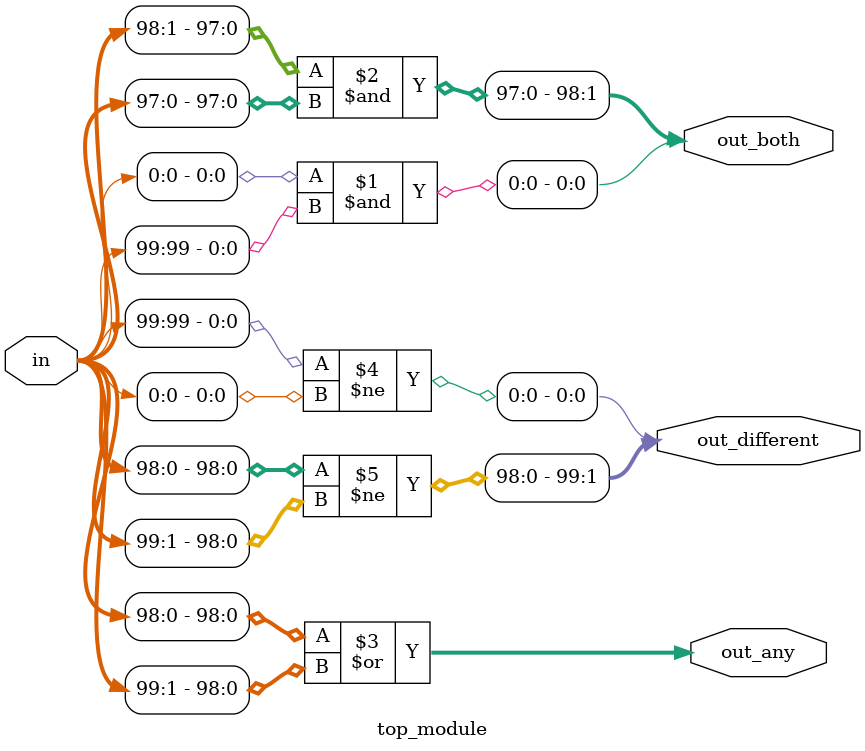
<source format=sv>
module top_module (
  input [99:0] in,
  output [98:0] out_both,
  output [99:1] out_any,
  output [99:0] out_different
);

  // Logic for out_both
  assign out_both[0] = (in[0] & in[99]);
  assign out_both[1:98] = (in[1:98] & in[0:97]);

  // Logic for out_any
  assign out_any[1:99] = (in[0:98] | in[1:99]);

  // Logic for out_different
  assign out_different[0] = (in[99] != in[0]);
  assign out_different[1:99] = (in[0:98] != in[1:99]);

endmodule

</source>
